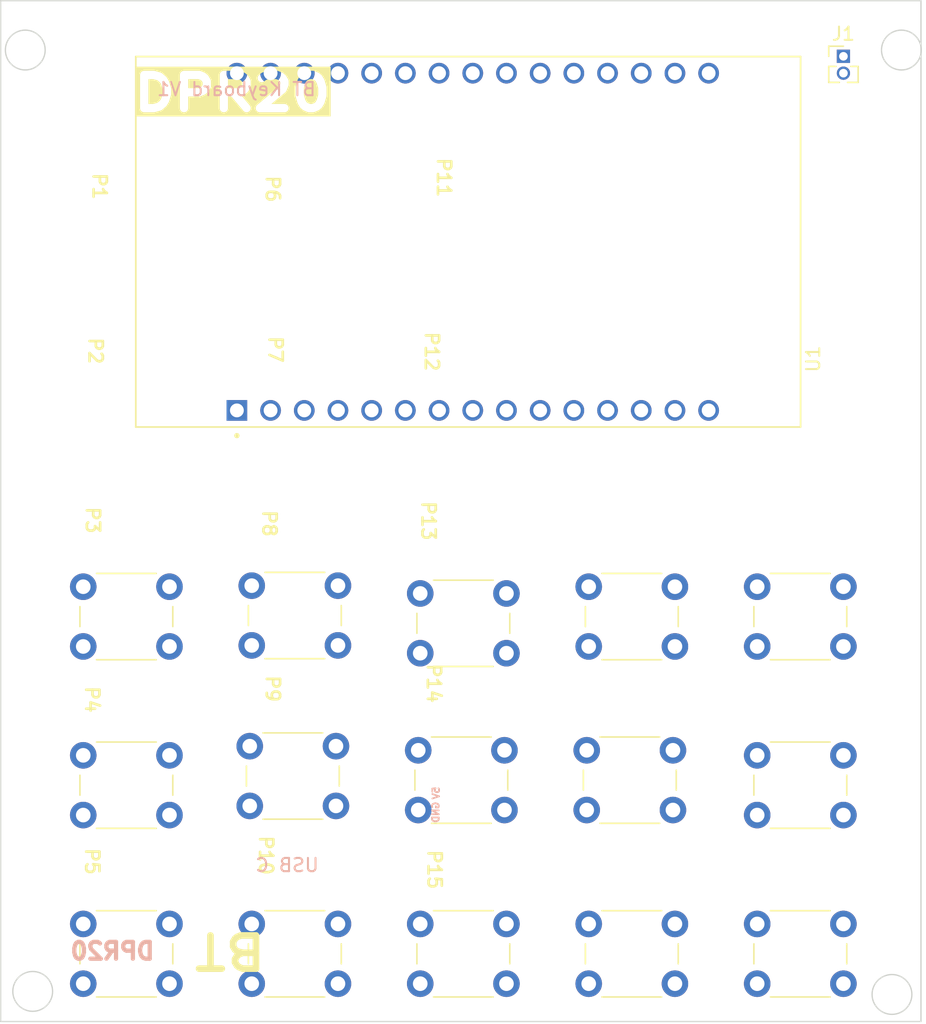
<source format=kicad_pcb>
(kicad_pcb (version 20221018) (generator pcbnew)
  (layers (0 "F.Cu" signal) (31 "B.Cu" signal) (35 "F.Paste" user) (36 "B.SilkS" user "B.Silkscreen") (37 "F.SilkS" user "F.Silkscreen") (38 "B.Mask" user) (39 "F.Mask" user) (44 "Edge.Cuts" user))
  (net 0 "")
  (net 6 "S1")
  (net 10 "GND")
  (net 13 "S2")
  (net 15 "S3")
  (net 16 "S5")
  (net 17 "S6")
  (net 18 "S13")
  (net 19 "S12")
  (net 20 "S11")
  (net 21 "S10")
  (net 22 "S9")
  (net 23 "S8")
  (net 24 "S7")
  (net 25 "S14")
  (net 26 "S15")
  (net 27 "S4")
  (net 29 "Net-(J1-Pin_2)")
  (footprint "Button_Switch_THT:SW_PUSH_6mm_H7.3mm" (layer "F.Cu") (at 121.21 116.622)
    (fp_text reference "SW15" hide)
    (fp_text value "SW_MEC_5E_DPR20")
    (fp_line (start -0.25 1.5) (end -0.25 3) (stroke (width 0.12)) (layer "F.SilkS"))
    (fp_line (start 1 5.5) (end 5.5 5.5) (stroke (width 0.12)) (layer "F.SilkS"))
    (fp_line (start 5.5 -1) (end 1 -1) (stroke (width 0.12)) (layer "F.SilkS"))
    (fp_line (start 6.75 3) (end 6.75 1.5) (stroke (width 0.12)) (layer "F.SilkS"))
    (pad "1" thru_hole circle (at 0 0 90) (size 2 2) (drill 1.1) (layers "*.Cu" "*.Mask") (net 26 "S15"))
    (pad "1" thru_hole circle (at 6.5 0 90) (size 2 2) (drill 1.1) (layers "*.Cu" "*.Mask") (net 26 "S15"))
    (pad "2" thru_hole circle (at 0 4.5 90) (size 2 2) (drill 1.1) (layers "*.Cu" "*.Mask") (net 10 "GND"))
    (pad "2" thru_hole circle (at 6.5 4.5 90) (size 2 2) (drill 1.1) (layers "*.Cu" "*.Mask") (net 10 "GND"))
  )
  (footprint "Button_Switch_THT:SW_PUSH_6mm_H7.3mm" (layer "F.Cu") (at 152.96 133.442 180)
    (fp_text reference "SW5" hide)
    (fp_text value "SW_MEC_5E_DPR20")
    (fp_line (start -0.25 1.5) (end -0.25 3) (stroke (width 0.12)) (layer "F.SilkS"))
    (fp_line (start 1 5.5) (end 5.5 5.5) (stroke (width 0.12)) (layer "F.SilkS"))
    (fp_line (start 5.5 -1) (end 1 -1) (stroke (width 0.12)) (layer "F.SilkS"))
    (fp_line (start 6.75 3) (end 6.75 1.5) (stroke (width 0.12)) (layer "F.SilkS"))
    (pad "1" thru_hole circle (at 0 0 270) (size 2 2) (drill 1.1) (layers "*.Cu" "*.Mask") (net 16 "S5"))
    (pad "1" thru_hole circle (at 6.5 0 270) (size 2 2) (drill 1.1) (layers "*.Cu" "*.Mask") (net 16 "S5"))
    (pad "2" thru_hole circle (at 0 4.5 270) (size 2 2) (drill 1.1) (layers "*.Cu" "*.Mask") (net 10 "GND"))
    (pad "2" thru_hole circle (at 6.5 4.5 270) (size 2 2) (drill 1.1) (layers "*.Cu" "*.Mask") (net 10 "GND"))
  )
  (footprint "Button_Switch_THT:SW_PUSH_6mm_H7.3mm" (layer "F.Cu") (at 140.26 133.132 180)
    (fp_text reference "SW6" hide)
    (fp_text value "SW_MEC_5E_DPR20")
    (fp_line (start -0.25 1.5) (end -0.25 3) (stroke (width 0.12)) (layer "F.SilkS"))
    (fp_line (start 1 5.5) (end 5.5 5.5) (stroke (width 0.12)) (layer "F.SilkS"))
    (fp_line (start 5.5 -1) (end 1 -1) (stroke (width 0.12)) (layer "F.SilkS"))
    (fp_line (start 6.75 3) (end 6.75 1.5) (stroke (width 0.12)) (layer "F.SilkS"))
    (pad "1" thru_hole circle (at 0 0 270) (size 2 2) (drill 1.1) (layers "*.Cu" "*.Mask") (net 17 "S6"))
    (pad "1" thru_hole circle (at 6.5 0 270) (size 2 2) (drill 1.1) (layers "*.Cu" "*.Mask") (net 17 "S6"))
    (pad "2" thru_hole circle (at 0 4.5 270) (size 2 2) (drill 1.1) (layers "*.Cu" "*.Mask") (net 10 "GND"))
    (pad "2" thru_hole circle (at 6.5 4.5 270) (size 2 2) (drill 1.1) (layers "*.Cu" "*.Mask") (net 10 "GND"))
  )
  (footprint "Button_Switch_THT:SW_PUSH_6mm_H7.3mm" (layer "F.Cu") (at 165.66 133.442 180)
    (fp_text reference "SW3" hide)
    (fp_text value "SW_MEC_5E_DPR20")
    (fp_line (start -0.25 1.5) (end -0.25 3) (stroke (width 0.12)) (layer "F.SilkS"))
    (fp_line (start 1 5.5) (end 5.5 5.5) (stroke (width 0.12)) (layer "F.SilkS"))
    (fp_line (start 5.5 -1) (end 1 -1) (stroke (width 0.12)) (layer "F.SilkS"))
    (fp_line (start 6.75 3) (end 6.75 1.5) (stroke (width 0.12)) (layer "F.SilkS"))
    (pad "1" thru_hole circle (at 0 0 270) (size 2 2) (drill 1.1) (layers "*.Cu" "*.Mask") (net 15 "S3"))
    (pad "1" thru_hole circle (at 6.5 0 270) (size 2 2) (drill 1.1) (layers "*.Cu" "*.Mask") (net 15 "S3"))
    (pad "2" thru_hole circle (at 0 4.5 270) (size 2 2) (drill 1.1) (layers "*.Cu" "*.Mask") (net 10 "GND"))
    (pad "2" thru_hole circle (at 6.5 4.5 270) (size 2 2) (drill 1.1) (layers "*.Cu" "*.Mask") (net 10 "GND"))
  )
  (footprint "Button_Switch_THT:SW_PUSH_6mm_H7.3mm" (layer "F.Cu") (at 146.61 117.13)
    (fp_text reference "SW9" hide)
    (fp_text value "SW_MEC_5E_DPR20")
    (fp_line (start -0.25 1.5) (end -0.25 3) (stroke (width 0.12)) (layer "F.SilkS"))
    (fp_line (start 1 5.5) (end 5.5 5.5) (stroke (width 0.12)) (layer "F.SilkS"))
    (fp_line (start 5.5 -1) (end 1 -1) (stroke (width 0.12)) (layer "F.SilkS"))
    (fp_line (start 6.75 3) (end 6.75 1.5) (stroke (width 0.12)) (layer "F.SilkS"))
    (pad "1" thru_hole circle (at 0 0 90) (size 2 2) (drill 1.1) (layers "*.Cu" "*.Mask") (net 20 "S11"))
    (pad "1" thru_hole circle (at 6.5 0 90) (size 2 2) (drill 1.1) (layers "*.Cu" "*.Mask") (net 20 "S11"))
    (pad "2" thru_hole circle (at 0 4.5 90) (size 2 2) (drill 1.1) (layers "*.Cu" "*.Mask") (net 10 "GND"))
    (pad "2" thru_hole circle (at 6.5 4.5 90) (size 2 2) (drill 1.1) (layers "*.Cu" "*.Mask") (net 10 "GND"))
  )
  (footprint "Esp30Pin:MODULE_ESP32-DEVKITC-32D" (layer "F.Cu") (at 148.03 90.642 90)
    (fp_text reference "U1" (at -8.825 28.204198 90) (layer "F.SilkS") (effects (font (size 1.000386 1.000386))))
    (fp_text value "ESP32-DEVKITC-32D")
    (fp_line (start -13.95 -22.86) (end 13.95 -22.86) (stroke (width 0.127)) (layer "F.SilkS"))
    (fp_line (start -13.95 27.25) (end -13.95 -22.86) (stroke (width 0.127)) (layer "F.SilkS"))
    (fp_line (start 13.95 -22.86) (end 13.95 27.25) (stroke (width 0.127)) (layer "F.SilkS"))
    (fp_line (start 13.95 27.25) (end -13.95 27.25) (stroke (width 0.127)) (layer "F.SilkS"))
    (fp_circle (center -14.6 -15.24) (end -14.5 -15.24) (stroke (width 0.2)) (fill none) (layer "F.SilkS"))
    (pad "J1-1" thru_hole rect (at -12.7 -15.24 90) (size 1.56 1.56) (drill 1.04) (layers "*.Cu" "*.Mask"))
    (pad "J1-2" thru_hole circle (at -12.7 -12.7 90) (size 1.56 1.56) (drill 1.04) (layers "*.Cu" "*.Mask"))
    (pad "J1-3" thru_hole circle (at -12.7 -10.16 90) (size 1.56 1.56) (drill 1.04) (layers "*.Cu" "*.Mask"))
    (pad "J1-4" thru_hole circle (at -12.7 -7.62 90) (size 1.56 1.56) (drill 1.04) (layers "*.Cu" "*.Mask"))
    (pad "J1-5" thru_hole circle (at -12.7 -5.08 90) (size 1.56 1.56) (drill 1.04) (layers "*.Cu" "*.Mask"))
    (pad "J1-6" thru_hole circle (at -12.7 -2.54 90) (size 1.56 1.56) (drill 1.04) (layers "*.Cu" "*.Mask") (net 26 "S15"))
    (pad "J1-7" thru_hole circle (at -12.7 0 90) (size 1.56 1.56) (drill 1.04) (layers "*.Cu" "*.Mask") (net 25 "S14"))
    (pad "J1-8" thru_hole circle (at -12.7 2.54 90) (size 1.56 1.56) (drill 1.04) (layers "*.Cu" "*.Mask") (net 18 "S13"))
    (pad "J1-9" thru_hole circle (at -12.7 5.08 90) (size 1.56 1.56) (drill 1.04) (layers "*.Cu" "*.Mask") (net 19 "S12"))
    (pad "J1-10" thru_hole circle (at -12.7 7.62 90) (size 1.56 1.56) (drill 1.04) (layers "*.Cu" "*.Mask") (net 20 "S11"))
    (pad "J1-11" thru_hole circle (at -12.7 10.16 90) (size 1.56 1.56) (drill 1.04) (layers "*.Cu" "*.Mask") (net 21 "S10"))
    (pad "J1-12" thru_hole circle (at -12.7 12.7 90) (size 1.56 1.56) (drill 1.04) (layers "*.Cu" "*.Mask"))
    (pad "J1-13" thru_hole circle (at -12.7 15.24 90) (size 1.56 1.56) (drill 1.04) (layers "*.Cu" "*.Mask") (net 22 "S9"))
    (pad "J1-14" thru_hole circle (at -12.7 17.78 90) (size 1.56 1.56) (drill 1.04) (layers "*.Cu" "*.Mask") (net 10 "GND"))
    (pad "J1-15" thru_hole circle (at -12.7 20.32 90) (size 1.56 1.56) (drill 1.04) (layers "*.Cu" "*.Mask") (net 29 "Net-(J1-Pin_2)"))
    (pad "J2-1" thru_hole circle (at 12.7 -15.24 90) (size 1.56 1.56) (drill 1.04) (layers "*.Cu" "*.Mask") (net 23 "S8"))
    (pad "J2-2" thru_hole circle (at 12.7 -12.7 90) (size 1.56 1.56) (drill 1.04) (layers "*.Cu" "*.Mask") (net 24 "S7"))
    (pad "J2-3" thru_hole circle (at 12.7 -10.16 90) (size 1.56 1.56) (drill 1.04) (layers "*.Cu" "*.Mask"))
    (pad "J2-4" thru_hole circle (at 12.7 -7.62 90) (size 1.56 1.56) (drill 1.04) (layers "*.Cu" "*.Mask"))
    (pad "J2-5" thru_hole circle (at 12.7 -5.08 90) (size 1.56 1.56) (drill 1.04) (layers "*.Cu" "*.Mask") (net 17 "S6"))
    (pad "J2-6" thru_hole circle (at 12.7 -2.54 90) (size 1.56 1.56) (drill 1.04) (layers "*.Cu" "*.Mask") (net 16 "S5"))
    (pad "J2-7" thru_hole circle (at 12.7 0 90) (size 1.56 1.56) (drill 1.04) (layers "*.Cu" "*.Mask") (net 27 "S4"))
    (pad "J2-8" thru_hole circle (at 12.7 2.54 90) (size 1.56 1.56) (drill 1.04) (layers "*.Cu" "*.Mask"))
    (pad "J2-9" thru_hole circle (at 12.7 5.08 90) (size 1.56 1.56) (drill 1.04) (layers "*.Cu" "*.Mask") (net 15 "S3"))
    (pad "J2-10" thru_hole circle (at 12.7 7.62 90) (size 1.56 1.56) (drill 1.04) (layers "*.Cu" "*.Mask") (net 13 "S2"))
    (pad "J2-11" thru_hole circle (at 12.7 10.16 90) (size 1.56 1.56) (drill 1.04) (layers "*.Cu" "*.Mask") (net 6 "S1"))
    (pad "J2-12" thru_hole circle (at 12.7 12.7 90) (size 1.56 1.56) (drill 1.04) (layers "*.Cu" "*.Mask"))
    (pad "J2-13" thru_hole circle (at 12.7 15.24 90) (size 1.56 1.56) (drill 1.04) (layers "*.Cu" "*.Mask"))
    (pad "J2-14" thru_hole circle (at 12.7 17.78 90) (size 1.56 1.56) (drill 1.04) (layers "*.Cu" "*.Mask") (net 10 "GND"))
    (pad "J2-15" thru_hole circle (at 12.7 20.32 90) (size 1.56 1.56) (drill 1.04) (layers "*.Cu" "*.Mask"))
  )
  (footprint "Button_Switch_THT:SW_PUSH_6mm_H7.3mm" (layer "F.Cu") (at 159.31 116.622)
    (fp_text reference "SW10" hide)
    (fp_text value "SW_MEC_5E_DPR20")
    (fp_line (start -0.25 1.5) (end -0.25 3) (stroke (width 0.12)) (layer "F.SilkS"))
    (fp_line (start 1 5.5) (end 5.5 5.5) (stroke (width 0.12)) (layer "F.SilkS"))
    (fp_line (start 5.5 -1) (end 1 -1) (stroke (width 0.12)) (layer "F.SilkS"))
    (fp_line (start 6.75 3) (end 6.75 1.5) (stroke (width 0.12)) (layer "F.SilkS"))
    (pad "1" thru_hole circle (at 0 0 90) (size 2 2) (drill 1.1) (layers "*.Cu" "*.Mask") (net 21 "S10"))
    (pad "1" thru_hole circle (at 6.5 0 90) (size 2 2) (drill 1.1) (layers "*.Cu" "*.Mask") (net 21 "S10"))
    (pad "2" thru_hole circle (at 0 4.5 90) (size 2 2) (drill 1.1) (layers "*.Cu" "*.Mask") (net 10 "GND"))
    (pad "2" thru_hole circle (at 6.5 4.5 90) (size 2 2) (drill 1.1) (layers "*.Cu" "*.Mask") (net 10 "GND"))
  )
  (footprint "Button_Switch_THT:SW_PUSH_6mm_H7.3mm" (layer "F.Cu") (at 133.91 142.022)
    (fp_text reference "SW13" hide)
    (fp_text value "SW_MEC_5E_DPR20")
    (fp_line (start -0.25 1.5) (end -0.25 3) (stroke (width 0.12)) (layer "F.SilkS"))
    (fp_line (start 1 5.5) (end 5.5 5.5) (stroke (width 0.12)) (layer "F.SilkS"))
    (fp_line (start 5.5 -1) (end 1 -1) (stroke (width 0.12)) (layer "F.SilkS"))
    (fp_line (start 6.75 3) (end 6.75 1.5) (stroke (width 0.12)) (layer "F.SilkS"))
    (pad "1" thru_hole circle (at 0 0 90) (size 2 2) (drill 1.1) (layers "*.Cu" "*.Mask") (net 24 "S7"))
    (pad "1" thru_hole circle (at 6.5 0 90) (size 2 2) (drill 1.1) (layers "*.Cu" "*.Mask") (net 24 "S7"))
    (pad "2" thru_hole circle (at 0 4.5 90) (size 2 2) (drill 1.1) (layers "*.Cu" "*.Mask") (net 10 "GND"))
    (pad "2" thru_hole circle (at 6.5 4.5 90) (size 2 2) (drill 1.1) (layers "*.Cu" "*.Mask") (net 10 "GND"))
  )
  (footprint "Button_Switch_THT:SW_PUSH_6mm_H7.3mm" (layer "F.Cu") (at 121.21 129.322)
    (fp_text reference "SW7" hide)
    (fp_text value "SW_MEC_5E_DPR20")
    (fp_line (start -0.25 1.5) (end -0.25 3) (stroke (width 0.12)) (layer "F.SilkS"))
    (fp_line (start 1 5.5) (end 5.5 5.5) (stroke (width 0.12)) (layer "F.SilkS"))
    (fp_line (start 5.5 -1) (end 1 -1) (stroke (width 0.12)) (layer "F.SilkS"))
    (fp_line (start 6.75 3) (end 6.75 1.5) (stroke (width 0.12)) (layer "F.SilkS"))
    (pad "1" thru_hole circle (at 0 0 90) (size 2 2) (drill 1.1) (layers "*.Cu" "*.Mask") (net 18 "S13"))
    (pad "1" thru_hole circle (at 6.5 0 90) (size 2 2) (drill 1.1) (layers "*.Cu" "*.Mask") (net 18 "S13"))
    (pad "2" thru_hole circle (at 0 4.5 90) (size 2 2) (drill 1.1) (layers "*.Cu" "*.Mask") (net 10 "GND"))
    (pad "2" thru_hole circle (at 6.5 4.5 90) (size 2 2) (drill 1.1) (layers "*.Cu" "*.Mask") (net 10 "GND"))
  )
  (footprint "Connector_PinHeader_1.27mm:PinHeader_1x02_P1.27mm_Vertical" (layer "F.Cu") (at 178.51 76.672)
    (fp_text reference "J1" (at 0 -1.695) (layer "F.SilkS"))
    (fp_text value "Conn_01x02_Pin")
    (fp_line (start -1.11 -0.76) (end 0 -0.76) (stroke (width 0.12)) (layer "F.SilkS"))
    (fp_line (start -1.11 0) (end -1.11 -0.76) (stroke (width 0.12)) (layer "F.SilkS"))
    (fp_line (start -1.11 0.76) (end -1.11 1.965) (stroke (width 0.12)) (layer "F.SilkS"))
    (fp_line (start -1.11 0.76) (end -0.563471 0.76) (stroke (width 0.12)) (layer "F.SilkS"))
    (fp_line (start -1.11 1.965) (end -0.30753 1.965) (stroke (width 0.12)) (layer "F.SilkS"))
    (fp_line (start 0.30753 1.965) (end 1.11 1.965) (stroke (width 0.12)) (layer "F.SilkS"))
    (fp_line (start 0.563471 0.76) (end 1.11 0.76) (stroke (width 0.12)) (layer "F.SilkS"))
    (fp_line (start 1.11 0.76) (end 1.11 1.965) (stroke (width 0.12)) (layer "F.SilkS"))
    (pad "1" thru_hole rect (at 0 0) (size 1 1) (drill 0.65) (layers "*.Cu" "*.Mask") (net 10 "GND"))
    (pad "2" thru_hole oval (at 0 1.27) (size 1 1) (drill 0.65) (layers "*.Cu" "*.Mask") (net 29 "Net-(J1-Pin_2)"))
  )
  (footprint "Button_Switch_THT:SW_PUSH_6mm_H7.3mm" (layer "F.Cu") (at 172.01 129.322)
    (fp_text reference "SW14" hide)
    (fp_text value "SW_MEC_5E_DPR20")
    (fp_line (start -0.25 1.5) (end -0.25 3) (stroke (width 0.12)) (layer "F.SilkS"))
    (fp_line (start 1 5.5) (end 5.5 5.5) (stroke (width 0.12)) (layer "F.SilkS"))
    (fp_line (start 5.5 -1) (end 1 -1) (stroke (width 0.12)) (layer "F.SilkS"))
    (fp_line (start 6.75 3) (end 6.75 1.5) (stroke (width 0.12)) (layer "F.SilkS"))
    (pad "1" thru_hole circle (at 0 0 90) (size 2 2) (drill 1.1) (layers "*.Cu" "*.Mask") (net 25 "S14"))
    (pad "1" thru_hole circle (at 6.5 0 90) (size 2 2) (drill 1.1) (layers "*.Cu" "*.Mask") (net 25 "S14"))
    (pad "2" thru_hole circle (at 0 4.5 90) (size 2 2) (drill 1.1) (layers "*.Cu" "*.Mask") (net 10 "GND"))
    (pad "2" thru_hole circle (at 6.5 4.5 90) (size 2 2) (drill 1.1) (layers "*.Cu" "*.Mask") (net 10 "GND"))
  )
  (footprint "Button_Switch_THT:SW_PUSH_6mm_H7.3mm" (layer "F.Cu") (at 159.31 142.022)
    (fp_text reference "SW2" hide)
    (fp_text value "SW_MEC_5E_DPR20")
    (fp_line (start -0.25 1.5) (end -0.25 3) (stroke (width 0.12)) (layer "F.SilkS"))
    (fp_line (start 1 5.5) (end 5.5 5.5) (stroke (width 0.12)) (layer "F.SilkS"))
    (fp_line (start 5.5 -1) (end 1 -1) (stroke (width 0.12)) (layer "F.SilkS"))
    (fp_line (start 6.75 3) (end 6.75 1.5) (stroke (width 0.12)) (layer "F.SilkS"))
    (pad "1" thru_hole circle (at 0 0 90) (size 2 2) (drill 1.1) (layers "*.Cu" "*.Mask") (net 13 "S2"))
    (pad "1" thru_hole circle (at 6.5 0 90) (size 2 2) (drill 1.1) (layers "*.Cu" "*.Mask") (net 13 "S2"))
    (pad "2" thru_hole circle (at 0 4.5 90) (size 2 2) (drill 1.1) (layers "*.Cu" "*.Mask") (net 10 "GND"))
    (pad "2" thru_hole circle (at 6.5 4.5 90) (size 2 2) (drill 1.1) (layers "*.Cu" "*.Mask") (net 10 "GND"))
  )
  (footprint "Button_Switch_THT:SW_PUSH_6mm_H7.3mm" (layer "F.Cu") (at 133.91 116.542)
    (fp_text reference "SW8" hide)
    (fp_text value "SW_MEC_5E_DPR20")
    (fp_line (start -0.25 1.5) (end -0.25 3) (stroke (width 0.12)) (layer "F.SilkS"))
    (fp_line (start 1 5.5) (end 5.5 5.5) (stroke (width 0.12)) (layer "F.SilkS"))
    (fp_line (start 5.5 -1) (end 1 -1) (stroke (width 0.12)) (layer "F.SilkS"))
    (fp_line (start 6.75 3) (end 6.75 1.5) (stroke (width 0.12)) (layer "F.SilkS"))
    (pad "1" thru_hole circle (at 0 0 90) (size 2 2) (drill 1.1) (layers "*.Cu" "*.Mask") (net 19 "S12"))
    (pad "1" thru_hole circle (at 6.5 0 90) (size 2 2) (drill 1.1) (layers "*.Cu" "*.Mask") (net 19 "S12"))
    (pad "2" thru_hole circle (at 0 4.5 90) (size 2 2) (drill 1.1) (layers "*.Cu" "*.Mask") (net 10 "GND"))
    (pad "2" thru_hole circle (at 6.5 4.5 90) (size 2 2) (drill 1.1) (layers "*.Cu" "*.Mask") (net 10 "GND"))
  )
  (footprint "Button_Switch_THT:SW_PUSH_6mm_H7.3mm" (layer "F.Cu") (at 172.01 142.022)
    (fp_text reference "SW1" hide)
    (fp_text value "SW_MEC_5E_DPR20")
    (fp_line (start -0.25 1.5) (end -0.25 3) (stroke (width 0.12)) (layer "F.SilkS"))
    (fp_line (start 1 5.5) (end 5.5 5.5) (stroke (width 0.12)) (layer "F.SilkS"))
    (fp_line (start 5.5 -1) (end 1 -1) (stroke (width 0.12)) (layer "F.SilkS"))
    (fp_line (start 6.75 3) (end 6.75 1.5) (stroke (width 0.12)) (layer "F.SilkS"))
    (pad "1" thru_hole circle (at 0 0 90) (size 2 2) (drill 1.1) (layers "*.Cu" "*.Mask") (net 6 "S1"))
    (pad "1" thru_hole circle (at 6.5 0 90) (size 2 2) (drill 1.1) (layers "*.Cu" "*.Mask") (net 6 "S1"))
    (pad "2" thru_hole circle (at 0 4.5 90) (size 2 2) (drill 1.1) (layers "*.Cu" "*.Mask") (net 10 "GND"))
    (pad "2" thru_hole circle (at 6.5 4.5 90) (size 2 2) (drill 1.1) (layers "*.Cu" "*.Mask") (net 10 "GND"))
  )
  (footprint "Button_Switch_THT:SW_PUSH_6mm_H7.3mm" (layer "F.Cu") (at 172.01 116.622)
    (fp_text reference "SW11" hide)
    (fp_text value "SW_MEC_5E_DPR20")
    (fp_line (start -0.25 1.5) (end -0.25 3) (stroke (width 0.12)) (layer "F.SilkS"))
    (fp_line (start 1 5.5) (end 5.5 5.5) (stroke (width 0.12)) (layer "F.SilkS"))
    (fp_line (start 5.5 -1) (end 1 -1) (stroke (width 0.12)) (layer "F.SilkS"))
    (fp_line (start 6.75 3) (end 6.75 1.5) (stroke (width 0.12)) (layer "F.SilkS"))
    (pad "1" thru_hole circle (at 0 0 90) (size 2 2) (drill 1.1) (layers "*.Cu" "*.Mask") (net 22 "S9"))
    (pad "1" thru_hole circle (at 6.5 0 90) (size 2 2) (drill 1.1) (layers "*.Cu" "*.Mask") (net 22 "S9"))
    (pad "2" thru_hole circle (at 0 4.5 90) (size 2 2) (drill 1.1) (layers "*.Cu" "*.Mask") (net 10 "GND"))
    (pad "2" thru_hole circle (at 6.5 4.5 90) (size 2 2) (drill 1.1) (layers "*.Cu" "*.Mask") (net 10 "GND"))
  )
  (footprint "Button_Switch_THT:SW_PUSH_6mm_H7.3mm" (layer "F.Cu") (at 146.61 142.022)
    (fp_text reference "SW4" hide)
    (fp_text value "SW_MEC_5E_DPR20")
    (fp_line (start -0.25 1.5) (end -0.25 3) (stroke (width 0.12)) (layer "F.SilkS"))
    (fp_line (start 1 5.5) (end 5.5 5.5) (stroke (width 0.12)) (layer "F.SilkS"))
    (fp_line (start 5.5 -1) (end 1 -1) (stroke (width 0.12)) (layer "F.SilkS"))
    (fp_line (start 6.75 3) (end 6.75 1.5) (stroke (width 0.12)) (layer "F.SilkS"))
    (pad "1" thru_hole circle (at 0 0 90) (size 2 2) (drill 1.1) (layers "*.Cu" "*.Mask") (net 27 "S4"))
    (pad "1" thru_hole circle (at 6.5 0 90) (size 2 2) (drill 1.1) (layers "*.Cu" "*.Mask") (net 27 "S4"))
    (pad "2" thru_hole circle (at 0 4.5 90) (size 2 2) (drill 1.1) (layers "*.Cu" "*.Mask") (net 10 "GND"))
    (pad "2" thru_hole circle (at 6.5 4.5 90) (size 2 2) (drill 1.1) (layers "*.Cu" "*.Mask") (net 10 "GND"))
  )
  (footprint "Button_Switch_THT:SW_PUSH_6mm_H7.3mm" (layer "F.Cu") (at 121.21 142.022)
    (fp_text reference "SW12" hide)
    (fp_text value "SW_MEC_5E_DPR20")
    (fp_line (start -0.25 1.5) (end -0.25 3) (stroke (width 0.12)) (layer "F.SilkS"))
    (fp_line (start 1 5.5) (end 5.5 5.5) (stroke (width 0.12)) (layer "F.SilkS"))
    (fp_line (start 5.5 -1) (end 1 -1) (stroke (width 0.12)) (layer "F.SilkS"))
    (fp_line (start 6.75 3) (end 6.75 1.5) (stroke (width 0.12)) (layer "F.SilkS"))
    (pad "1" thru_hole circle (at 0 0 90) (size 2 2) (drill 1.1) (layers "*.Cu" "*.Mask") (net 23 "S8"))
    (pad "1" thru_hole circle (at 6.5 0 90) (size 2 2) (drill 1.1) (layers "*.Cu" "*.Mask") (net 23 "S8"))
    (pad "2" thru_hole circle (at 0 4.5 90) (size 2 2) (drill 1.1) (layers "*.Cu" "*.Mask") (net 10 "GND"))
    (pad "2" thru_hole circle (at 6.5 4.5 90) (size 2 2) (drill 1.1) (layers "*.Cu" "*.Mask") (net 10 "GND"))
  )
  (gr_circle (center 116.84 76.2) (end 116.84 77.7) (stroke (width 0.1)) (fill none) (layer "Edge.Cuts"))
  (gr_rect (start 184.3544 149.372) (end 114.9848 72.482) (stroke (width 0.1)) (fill none) (layer "Edge.Cuts"))
  (gr_circle (center 182.88 76.2) (end 182.88 77.7) (stroke (width 0.1)) (fill none) (layer "Edge.Cuts"))
  (gr_circle (center 182.17 147.332) (end 182.17 148.832) (stroke (width 0.1)) (fill none) (layer "Edge.Cuts"))
  (gr_circle (center 117.4 147.102) (end 117.4 148.602) (stroke (width 0.1)) (fill none) (layer "Edge.Cuts"))
  (gr_text "USB C" (at 139.0544 138.1772) (layer "B.SilkS") (effects (font (size 1 1)) (justify left bottom mirror)))
  (gr_text "BT Keyboard V1" (at 132.7552 79.1476) (layer "B.SilkS") (effects (font (size 1 1)) (justify mirror)))
  (gr_text "DPR20" (at 123.408 144.07) (layer "B.SilkS") (effects (font (size 1.27 1.27) (thickness 0.3175) bold) (justify mirror)))
  (gr_text "5V" (at 147.803 132.165 90) (layer "B.SilkS") (effects (font (size 0.508 0.508) (thickness 0.127) bold) (justify mirror)))
  (gr_text "GND" (at 147.778 133.615 90) (layer "B.SilkS") (effects (font (size 0.508 0.508) (thickness 0.127) bold) (justify mirror)))
  (gr_text "P1" (at 122.4428 86.4628 -90) (layer "F.SilkS") (effects (font (size 1 1) (thickness 0.2) bold)))
  (gr_text "P4" (at 121.884 125.1216 -90) (layer "F.SilkS") (effects (font (size 1 1) (thickness 0.2) bold)))
  (gr_text "BT" (at 132.298 144.0192 -180) (layer "F.SilkS") (effects (font (size 2.5 3) (thickness 0.5) bold)))
  (gr_text "P9" (at 135.4984 124.3088 -90) (layer "F.SilkS") (effects (font (size 1 1) (thickness 0.2) bold)))
  (gr_text "P7" (at 135.7016 98.7564 -90) (layer "F.SilkS") (effects (font (size 1 1) (thickness 0.2) bold)))
  (gr_text "P13" (at 147.2332 111.6596 -90) (layer "F.SilkS") (effects (font (size 1 1) (thickness 0.2) bold)))
  (gr_text "P8" (at 135.2444 111.8628 -90) (layer "F.SilkS") (effects (font (size 1 1) (thickness 0.2) bold)))
  (gr_text "DPR20" (at 132.4504 79.4524) (layer "F.SilkS" knockout) (effects (font (size 2.5 3) (thickness 0.625) bold)))
  (gr_text "P12" (at 147.4872 98.9088 -90) (layer "F.SilkS") (effects (font (size 1 1) (thickness 0.2) bold)))
  (gr_text "P15" (at 147.6904 137.9232 -90) (layer "F.SilkS") (effects (font (size 1 1) (thickness 0.2) bold)))
  (gr_text "P2" (at 122.138 98.858 -90) (layer "F.SilkS") (effects (font (size 1 1) (thickness 0.2) bold)))
  (gr_text "P11" (at 148.4016 85.8024 -90) (layer "F.SilkS") (effects (font (size 1 1) (thickness 0.2) bold)))
  (gr_text "P3" (at 121.9348 111.6088 -90) (layer "F.SilkS") (effects (font (size 1 1) (thickness 0.2) bold)))
  (gr_text "P6" (at 135.4984 86.666 -90) (layer "F.SilkS") (effects (font (size 1 1) (thickness 0.2) bold)))
  (gr_text "P5" (at 121.884 137.3136 -90) (layer "F.SilkS") (effects (font (size 1 1) (thickness 0.2) bold)))
  (gr_text "P14" (at 147.6396 123.9024 -90) (layer "F.SilkS") (effects (font (size 1 1) (thickness 0.2) bold)))
  (gr_text "P10" (at 134.9904 136.8564 -90) (layer "F.SilkS") (effects (font (size 1 1) (thickness 0.2) bold)))
)
</source>
